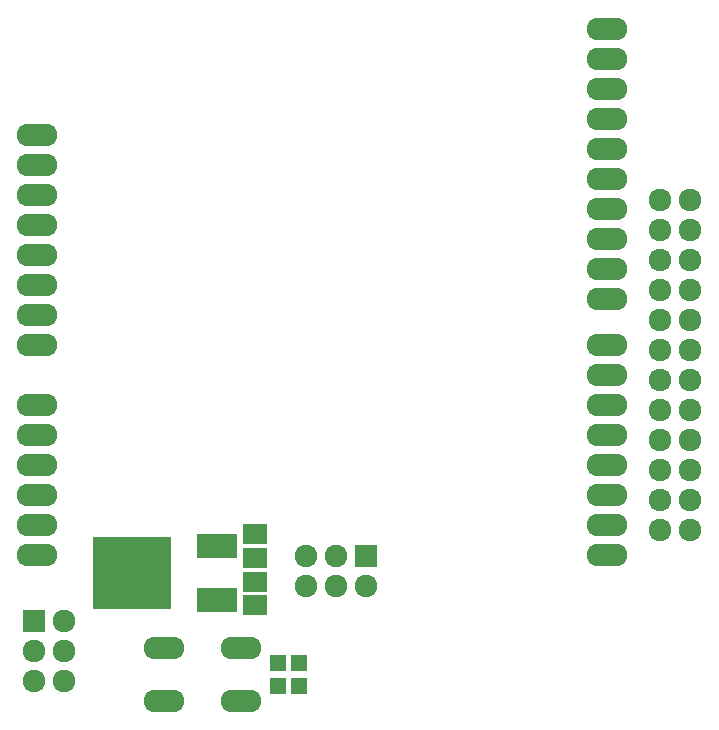
<source format=gts>
G04 #@! TF.FileFunction,Soldermask,Top*
%FSLAX46Y46*%
G04 Gerber Fmt 4.6, Leading zero omitted, Abs format (unit mm)*
G04 Created by KiCad (PCBNEW 4.0.1-stable) date 2017/07/07 18:52:27*
%MOMM*%
G01*
G04 APERTURE LIST*
%ADD10C,0.050000*%
%ADD11R,1.449020X1.479500*%
%ADD12R,1.924000X1.924000*%
%ADD13C,1.924000*%
%ADD14O,3.448000X1.924000*%
%ADD15R,1.997660X1.697940*%
%ADD16R,3.399740X1.997660*%
%ADD17R,6.597600X6.198820*%
G04 APERTURE END LIST*
D10*
D11*
X138876240Y-127750000D03*
X140623760Y-127750000D03*
D12*
X118230000Y-122210000D03*
D13*
X120770000Y-122210000D03*
X118230000Y-124750000D03*
X120770000Y-124750000D03*
X118230000Y-127290000D03*
X120770000Y-127290000D03*
D14*
X118500000Y-103900000D03*
X118500000Y-106440000D03*
X118500000Y-108980000D03*
X118500000Y-111520000D03*
X118500000Y-114060000D03*
X118500000Y-116600000D03*
X129248800Y-124489400D03*
X135751200Y-124489400D03*
X129248800Y-129010600D03*
X135751200Y-129010600D03*
D13*
X171230000Y-86530000D03*
X173770000Y-86530000D03*
X171230000Y-89070000D03*
X173770000Y-89070000D03*
X171230000Y-91610000D03*
X173770000Y-91610000D03*
X171230000Y-94150000D03*
X173770000Y-94150000D03*
X171230000Y-96690000D03*
X173770000Y-96690000D03*
X171230000Y-99230000D03*
X173770000Y-99230000D03*
X171230000Y-101770000D03*
X173770000Y-101770000D03*
X171230000Y-104310000D03*
X173770000Y-104310000D03*
X171230000Y-106850000D03*
X173770000Y-106850000D03*
X171230000Y-109390000D03*
X173770000Y-109390000D03*
X171230000Y-111930000D03*
X173770000Y-111930000D03*
X171230000Y-114470000D03*
X173770000Y-114470000D03*
D14*
X118500000Y-81110000D03*
X118500000Y-83650000D03*
X118500000Y-86190000D03*
X118500000Y-88730000D03*
X118500000Y-91270000D03*
X118500000Y-93810000D03*
X118500000Y-96350000D03*
X118500000Y-98890000D03*
D12*
X146290000Y-116730000D03*
D13*
X146290000Y-119270000D03*
X143750000Y-116730000D03*
X143750000Y-119270000D03*
X141210000Y-116730000D03*
X141210000Y-119270000D03*
D14*
X166750000Y-72070000D03*
X166750000Y-74610000D03*
X166750000Y-77150000D03*
X166750000Y-79690000D03*
X166750000Y-82230000D03*
X166750000Y-84770000D03*
X166750000Y-87310000D03*
X166750000Y-89850000D03*
X166750000Y-92390000D03*
X166750000Y-94930000D03*
X166750000Y-116640000D03*
X166750000Y-114100000D03*
X166750000Y-111560000D03*
X166750000Y-109020000D03*
X166750000Y-106480000D03*
X166750000Y-103940000D03*
X166750000Y-101400000D03*
X166750000Y-98860000D03*
D15*
X136875000Y-120873220D03*
X136875000Y-118876780D03*
X136875000Y-114876780D03*
X136875000Y-116873220D03*
D16*
X133673060Y-120403380D03*
X133673060Y-115846620D03*
D17*
X126495020Y-118125000D03*
D11*
X140623760Y-125750000D03*
X138876240Y-125750000D03*
M02*

</source>
